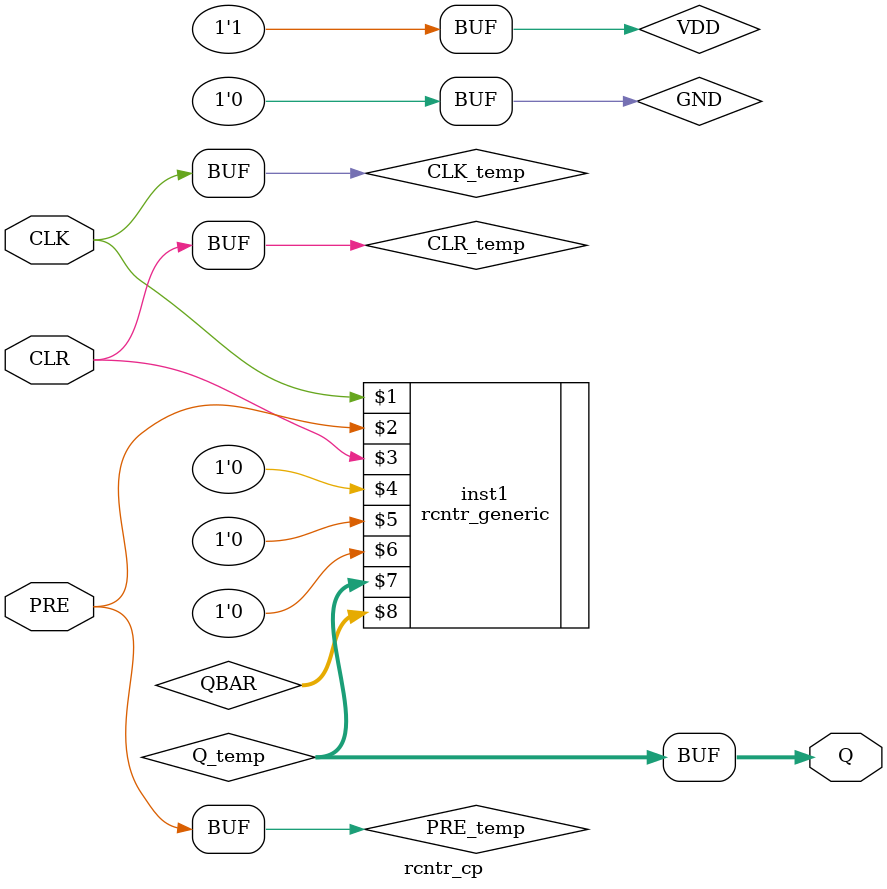
<source format=v>
module rcntr_cp(CLK,CLR,PRE,Q);
  parameter N = 8;
  parameter DPFLAG = 1;
  parameter GROUP = "dpath1";
  parameter
        d_CLK_r = 0,
        d_CLK_f = 0,
        d_CLR_r = 0,
        d_CLR_f = 0,
        d_PRE_r = 0,
        d_PRE_f = 0,
        d_Q = 1;
  input  CLK;
  input  CLR;
  input  PRE;
  output [(N - 1):0] Q;
  wire  CLK_temp;
  wire  CLR_temp;
  wire  PRE_temp;
  wire [(N - 1):0] Q_temp;
  wire [(N - 1):0] QBAR;
  supply0  GND;
  supply1  VDD;
  assign #(d_CLK_r,d_CLK_f) CLK_temp = CLK;
  assign #(d_CLR_r,d_CLR_f) CLR_temp = CLR;
  assign #(d_PRE_r,d_PRE_f) PRE_temp = PRE;
  assign #(d_Q) Q = Q_temp;
  rcntr_generic #(N) inst1 (CLK_temp,PRE_temp,CLR_temp,GND,GND,GND,Q_temp,QBAR);
endmodule

</source>
